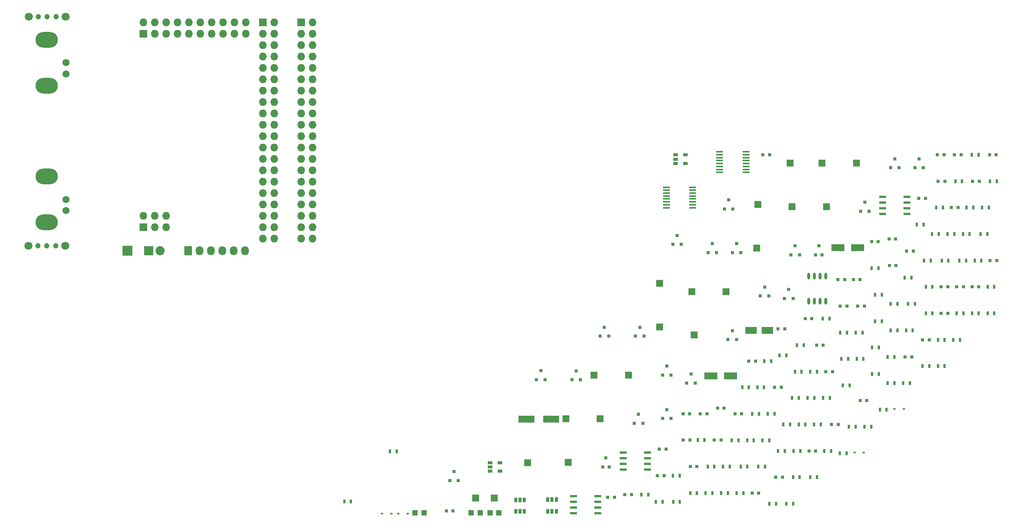
<source format=gbr>
G04 #@! TF.FileFunction,Copper,L1,Top,Signal*
%FSLAX46Y46*%
G04 Gerber Fmt 4.6, Leading zero omitted, Abs format (unit mm)*
G04 Created by KiCad (PCBNEW (after 2015-mar-04 BZR unknown)-product) date Mit 06 Jul 2016 10:41:57 CEST*
%MOMM*%
G01*
G04 APERTURE LIST*
%ADD10C,0.100000*%
%ADD11R,0.800000X0.750000*%
%ADD12R,2.600960X1.600200*%
%ADD13R,2.999740X1.600200*%
%ADD14R,3.599180X1.600200*%
%ADD15R,0.590000X0.450000*%
%ADD16R,1.198880X1.198880*%
%ADD17R,0.800100X0.800100*%
%ADD18R,0.500000X0.900000*%
%ADD19O,5.001260X3.500120*%
%ADD20C,1.600200*%
%ADD21R,1.727200X1.727200*%
%ADD22O,1.727200X1.727200*%
%ADD23R,1.727200X2.032000*%
%ADD24O,1.727200X2.032000*%
%ADD25R,2.235200X2.235200*%
%ADD26R,2.032000X2.032000*%
%ADD27O,2.032000X2.032000*%
%ADD28R,1.200000X1.200000*%
%ADD29R,1.600000X1.500000*%
%ADD30C,1.200000*%
%ADD31C,1.800000*%
%ADD32R,1.550000X0.600000*%
%ADD33R,0.690880X1.000760*%
%ADD34O,0.609600X1.473200*%
%ADD35R,1.500000X0.450000*%
%ADD36R,1.060000X0.650000*%
%ADD37R,1.501140X1.501140*%
G04 APERTURE END LIST*
D10*
D11*
X261649762Y-77325000D03*
X263149762Y-77325000D03*
X254365952Y-75245000D03*
X255865952Y-75245000D03*
X243825952Y-84965000D03*
X245325952Y-84965000D03*
X205575952Y-123325000D03*
X207075952Y-123325000D03*
X201745001Y-123325000D03*
X203245001Y-123325000D03*
X196455952Y-131225000D03*
X197955952Y-131225000D03*
X184939762Y-142005000D03*
X186439762Y-142005000D03*
X222979762Y-104405000D03*
X224479762Y-104405000D03*
X262349762Y-65525000D03*
X263849762Y-65525000D03*
X216427381Y-111565000D03*
X217927381Y-111565000D03*
X258515952Y-65525000D03*
X260015952Y-65525000D03*
X219567381Y-65525000D03*
X221067381Y-65525000D03*
X270147381Y-65525000D03*
X271647381Y-65525000D03*
X229007381Y-102145000D03*
X230507381Y-102145000D03*
X251675952Y-87045000D03*
X253175952Y-87045000D03*
X203355952Y-135125000D03*
X204855952Y-135125000D03*
X231555952Y-108045000D03*
X233055952Y-108045000D03*
X222215952Y-117465000D03*
X223715952Y-117465000D03*
X240735952Y-99315000D03*
X242235952Y-99315000D03*
X213335952Y-123365000D03*
X214835952Y-123365000D03*
X266385952Y-71425000D03*
X267885952Y-71425000D03*
X247797381Y-90245000D03*
X249297381Y-90245000D03*
X208725952Y-129225000D03*
X210225952Y-129225000D03*
X236857381Y-99315000D03*
X238357381Y-99315000D03*
X258675952Y-71425000D03*
X260175952Y-71425000D03*
X239767381Y-93415000D03*
X241267381Y-93415000D03*
X241287381Y-120365000D03*
X242787381Y-120365000D03*
X262817381Y-95025000D03*
X264317381Y-95025000D03*
X217157381Y-141065000D03*
X218657381Y-141065000D03*
X259367381Y-95025000D03*
X260867381Y-95025000D03*
X270307381Y-89125000D03*
X271807381Y-89125000D03*
X259367381Y-100925000D03*
X260867381Y-100925000D03*
X234895952Y-125745000D03*
X236395952Y-125745000D03*
X222415952Y-137545000D03*
X223915952Y-137545000D03*
X251305952Y-110645000D03*
X252805952Y-110645000D03*
X266267381Y-95025000D03*
X267767381Y-95025000D03*
D12*
X220552200Y-104779000D03*
X216950480Y-104779000D03*
D11*
X229857381Y-131645000D03*
X231357381Y-131645000D03*
X255187381Y-106825000D03*
X256687381Y-106825000D03*
X188765952Y-141385000D03*
X190265952Y-141385000D03*
X233627381Y-113945000D03*
X235127381Y-113945000D03*
X148917381Y-145045000D03*
X150417381Y-145045000D03*
X209457381Y-122055000D03*
X210957381Y-122055000D03*
X247707381Y-84345000D03*
X249207381Y-84345000D03*
X196027381Y-137125000D03*
X197527381Y-137125000D03*
X236317381Y-93415000D03*
X237817381Y-93415000D03*
X201797381Y-129225000D03*
X203297381Y-129225000D03*
D13*
X212319150Y-114880000D03*
X207919870Y-114880000D03*
X240729150Y-86240000D03*
X236329870Y-86240000D03*
D14*
X172281230Y-124582000D03*
X166779590Y-124582000D03*
D15*
X248920001Y-122245000D03*
X251030001Y-122245000D03*
X138200001Y-145625000D03*
X140310001Y-145625000D03*
X240000001Y-131965000D03*
X242110001Y-131965000D03*
X134550001Y-145625000D03*
X136660001Y-145625000D03*
D16*
X141879440Y-145445000D03*
X143977480Y-145445000D03*
D17*
X183823484Y-135195760D03*
X185225564Y-135195760D03*
X184524524Y-133196780D03*
X231353484Y-87875760D03*
X232755564Y-87875760D03*
X232054524Y-85876780D03*
D18*
X136354048Y-131725000D03*
X137854048Y-131725000D03*
X126144048Y-142925000D03*
X127644048Y-142925000D03*
D19*
X59736600Y-50097780D03*
X59736600Y-39899680D03*
D20*
X64001260Y-45000000D03*
X64001260Y-47499360D03*
D21*
X81250000Y-81750000D03*
D22*
X81250000Y-79210000D03*
X83790000Y-81750000D03*
X83790000Y-79210000D03*
X86330000Y-81750000D03*
X86330000Y-79210000D03*
D21*
X108000000Y-36000000D03*
D22*
X110540000Y-36000000D03*
X108000000Y-38540000D03*
X110540000Y-38540000D03*
X108000000Y-41080000D03*
X110540000Y-41080000D03*
X108000000Y-43620000D03*
X110540000Y-43620000D03*
X108000000Y-46160000D03*
X110540000Y-46160000D03*
X108000000Y-48700000D03*
X110540000Y-48700000D03*
X108000000Y-51240000D03*
X110540000Y-51240000D03*
X108000000Y-53780000D03*
X110540000Y-53780000D03*
X108000000Y-56320000D03*
X110540000Y-56320000D03*
X108000000Y-58860000D03*
X110540000Y-58860000D03*
X108000000Y-61400000D03*
X110540000Y-61400000D03*
X108000000Y-63940000D03*
X110540000Y-63940000D03*
X108000000Y-66480000D03*
X110540000Y-66480000D03*
X108000000Y-69020000D03*
X110540000Y-69020000D03*
X108000000Y-71560000D03*
X110540000Y-71560000D03*
X108000000Y-74100000D03*
X110540000Y-74100000D03*
X108000000Y-76640000D03*
X110540000Y-76640000D03*
X108000000Y-79180000D03*
X110540000Y-79180000D03*
X108000000Y-81720000D03*
X110540000Y-81720000D03*
X108000000Y-84260000D03*
X110540000Y-84260000D03*
D19*
X59736600Y-80597780D03*
X59736600Y-70399680D03*
D20*
X64001260Y-75500000D03*
X64001260Y-77999360D03*
D21*
X116500000Y-36000000D03*
D22*
X119040000Y-36000000D03*
X116500000Y-38540000D03*
X119040000Y-38540000D03*
X116500000Y-41080000D03*
X119040000Y-41080000D03*
X116500000Y-43620000D03*
X119040000Y-43620000D03*
X116500000Y-46160000D03*
X119040000Y-46160000D03*
X116500000Y-48700000D03*
X119040000Y-48700000D03*
X116500000Y-51240000D03*
X119040000Y-51240000D03*
X116500000Y-53780000D03*
X119040000Y-53780000D03*
X116500000Y-56320000D03*
X119040000Y-56320000D03*
X116500000Y-58860000D03*
X119040000Y-58860000D03*
X116500000Y-61400000D03*
X119040000Y-61400000D03*
X116500000Y-63940000D03*
X119040000Y-63940000D03*
X116500000Y-66480000D03*
X119040000Y-66480000D03*
X116500000Y-69020000D03*
X119040000Y-69020000D03*
X116500000Y-71560000D03*
X119040000Y-71560000D03*
X116500000Y-74100000D03*
X119040000Y-74100000D03*
X116500000Y-76640000D03*
X119040000Y-76640000D03*
X116500000Y-79180000D03*
X119040000Y-79180000D03*
X116500000Y-81720000D03*
X119040000Y-81720000D03*
X116500000Y-84260000D03*
X119040000Y-84260000D03*
D23*
X91250000Y-87000000D03*
D24*
X93790000Y-87000000D03*
X96330000Y-87000000D03*
X98870000Y-87000000D03*
X101410000Y-87000000D03*
X103950000Y-87000000D03*
D25*
X77750000Y-87000000D03*
D26*
X82500000Y-87000000D03*
D27*
X85040000Y-87000000D03*
D21*
X81250000Y-38500000D03*
D22*
X81250000Y-35960000D03*
X83790000Y-38500000D03*
X83790000Y-35960000D03*
X86330000Y-38500000D03*
X86330000Y-35960000D03*
X88870000Y-38500000D03*
X88870000Y-35960000D03*
X91410000Y-38500000D03*
X91410000Y-35960000D03*
X93950000Y-38500000D03*
X93950000Y-35960000D03*
X96490000Y-38500000D03*
X96490000Y-35960000D03*
X99030000Y-38500000D03*
X99030000Y-35960000D03*
X101570000Y-38500000D03*
X101570000Y-35960000D03*
X104110000Y-38500000D03*
X104110000Y-35960000D03*
D17*
X183243572Y-106035760D03*
X185143572Y-106035760D03*
X184193572Y-104036780D03*
X210963572Y-77635760D03*
X212863572Y-77635760D03*
X211913572Y-75636780D03*
X248063571Y-68435760D03*
X249963571Y-68435760D03*
X249013571Y-66436780D03*
X190873571Y-125475760D03*
X192773571Y-125475760D03*
X191823571Y-123476780D03*
X225823571Y-87875760D03*
X227723571Y-87875760D03*
X226773571Y-85876780D03*
X197173571Y-114695760D03*
X199073571Y-114695760D03*
X198123571Y-112696780D03*
X218983571Y-97075760D03*
X220883571Y-97075760D03*
X219933571Y-95076780D03*
X211803571Y-106795760D03*
X213703571Y-106795760D03*
X212753571Y-104796780D03*
X191143571Y-106035760D03*
X193043571Y-106035760D03*
X192093571Y-104036780D03*
X202573571Y-116515760D03*
X204473571Y-116515760D03*
X203523571Y-114516780D03*
X199463572Y-85535760D03*
X201363572Y-85535760D03*
X200413572Y-83536780D03*
X169033572Y-115735760D03*
X170933572Y-115735760D03*
X169983572Y-113736780D03*
X207363571Y-87355760D03*
X209263571Y-87355760D03*
X208313571Y-85356780D03*
X212763571Y-87355760D03*
X214663571Y-87355760D03*
X213713571Y-85356780D03*
X176933571Y-115755760D03*
X178833571Y-115755760D03*
X177883571Y-113756780D03*
X253463571Y-68435760D03*
X255363571Y-68435760D03*
X254413571Y-66436780D03*
X149693571Y-138235760D03*
X151593571Y-138235760D03*
X150643571Y-136236780D03*
X241363571Y-78155760D03*
X243263571Y-78155760D03*
X242313571Y-76156780D03*
X197173571Y-124415760D03*
X199073571Y-124415760D03*
X198123571Y-122416780D03*
X224383571Y-97595760D03*
X226283571Y-97595760D03*
X225333571Y-95596780D03*
D18*
X214939762Y-117465000D03*
X216439762Y-117465000D03*
X262533571Y-71425000D03*
X264033571Y-71425000D03*
X266223571Y-65525000D03*
X267723571Y-65525000D03*
X243873571Y-90865000D03*
X245373571Y-90865000D03*
X253913571Y-81145000D03*
X255413571Y-81145000D03*
X192445001Y-141385000D03*
X193945001Y-141385000D03*
X223303571Y-110305000D03*
X224803571Y-110305000D03*
X205045001Y-129225000D03*
X206545001Y-129225000D03*
X232933571Y-102145000D03*
X234433571Y-102145000D03*
X227203571Y-108045000D03*
X228703571Y-108045000D03*
X218337381Y-117465000D03*
X219837381Y-117465000D03*
X258247381Y-77325000D03*
X259747381Y-77325000D03*
X219877381Y-111565000D03*
X221377381Y-111565000D03*
X199477381Y-137125000D03*
X200977381Y-137125000D03*
X195697381Y-143025000D03*
X197197381Y-143025000D03*
X251517381Y-104745000D03*
X253017381Y-104745000D03*
X207237381Y-135125000D03*
X208737381Y-135125000D03*
X212607381Y-129265000D03*
X214107381Y-129265000D03*
X236857381Y-105215000D03*
X238357381Y-105215000D03*
X265047381Y-77325000D03*
X266547381Y-77325000D03*
X260787381Y-83225000D03*
X262287381Y-83225000D03*
X230177381Y-113945000D03*
X231677381Y-113945000D03*
X217217381Y-123365000D03*
X218717381Y-123365000D03*
X251247381Y-92945000D03*
X252747381Y-92945000D03*
X244617381Y-96765000D03*
X246117381Y-96765000D03*
X240307381Y-105215000D03*
X241807381Y-105215000D03*
X216057381Y-129265000D03*
X217557381Y-129265000D03*
X268497381Y-77325000D03*
X269997381Y-77325000D03*
X199528333Y-143025000D03*
X201028333Y-143025000D03*
X255557381Y-89125000D03*
X257057381Y-89125000D03*
X226097381Y-119845000D03*
X227597381Y-119845000D03*
X244617381Y-102665000D03*
X246117381Y-102665000D03*
X240527381Y-111115000D03*
X242027381Y-111115000D03*
X262817381Y-100925000D03*
X264317381Y-100925000D03*
X247427381Y-110645000D03*
X248927381Y-110645000D03*
X247427381Y-116545000D03*
X248927381Y-116545000D03*
X269717381Y-95025000D03*
X271217381Y-95025000D03*
X233307381Y-131645000D03*
X234807381Y-131645000D03*
X258637381Y-106825000D03*
X260137381Y-106825000D03*
X220988333Y-143445000D03*
X222488333Y-143445000D03*
X250877381Y-116545000D03*
X252377381Y-116545000D03*
X210257381Y-141065000D03*
X211757381Y-141065000D03*
X206807381Y-141025000D03*
X208307381Y-141025000D03*
X210687381Y-135165000D03*
X212187381Y-135165000D03*
X259483571Y-89125000D03*
X260983571Y-89125000D03*
X214613571Y-135165000D03*
X216113571Y-135165000D03*
X229547381Y-119845000D03*
X231047381Y-119845000D03*
X219507381Y-129265000D03*
X221007381Y-129265000D03*
X248067381Y-98845000D03*
X249567381Y-98845000D03*
X237077381Y-111115000D03*
X238577381Y-111115000D03*
X251993571Y-98845000D03*
X253493571Y-98845000D03*
X268163571Y-83225000D03*
X269663571Y-83225000D03*
X264237381Y-83225000D03*
X265737381Y-83225000D03*
X224117381Y-125745000D03*
X225617381Y-125745000D03*
X226407381Y-131645000D03*
X227907381Y-131645000D03*
X243977381Y-108565000D03*
X245477381Y-108565000D03*
X248067381Y-104745000D03*
X249567381Y-104745000D03*
X232997381Y-119845000D03*
X234497381Y-119845000D03*
X263407381Y-89125000D03*
X264907381Y-89125000D03*
X227567381Y-125745000D03*
X229067381Y-125745000D03*
X218537381Y-135165000D03*
X220037381Y-135165000D03*
X255917381Y-95025000D03*
X257417381Y-95025000D03*
X213707381Y-141065000D03*
X215207381Y-141065000D03*
X220667381Y-123365000D03*
X222167381Y-123365000D03*
X226727381Y-113945000D03*
X228227381Y-113945000D03*
X270267381Y-71425000D03*
X271767381Y-71425000D03*
X257337381Y-83225000D03*
X258837381Y-83225000D03*
X203357381Y-141025000D03*
X204857381Y-141025000D03*
X230128333Y-137545000D03*
X231628333Y-137545000D03*
X226297381Y-137545000D03*
X227797381Y-137545000D03*
X255187381Y-112725000D03*
X256687381Y-112725000D03*
X238777381Y-126265000D03*
X240277381Y-126265000D03*
X224817381Y-143445000D03*
X226317381Y-143445000D03*
X242227381Y-126265000D03*
X243727381Y-126265000D03*
X262087381Y-106825000D03*
X263587381Y-106825000D03*
X245677381Y-122445000D03*
X247177381Y-122445000D03*
X269717381Y-100925000D03*
X271217381Y-100925000D03*
X258637381Y-112725000D03*
X260137381Y-112725000D03*
X236757381Y-132165000D03*
X238257381Y-132165000D03*
X237458333Y-117015000D03*
X238958333Y-117015000D03*
X266267381Y-100925000D03*
X267767381Y-100925000D03*
X266857381Y-89125000D03*
X268357381Y-89125000D03*
X222957381Y-131645000D03*
X224457381Y-131645000D03*
X231017381Y-125745000D03*
X232517381Y-125745000D03*
X255917381Y-100925000D03*
X257417381Y-100925000D03*
X243977381Y-114465000D03*
X245477381Y-114465000D03*
D28*
X154440001Y-145425000D03*
D29*
X155440001Y-142185000D03*
D28*
X154440001Y-145425000D03*
X156440001Y-145425000D03*
X158640001Y-145425000D03*
D29*
X159640001Y-142185000D03*
D28*
X158640001Y-145425000D03*
X160640001Y-145425000D03*
D30*
X59800000Y-34725000D03*
X59800000Y-34725000D03*
X61800000Y-34725000D03*
X57800000Y-34725000D03*
D31*
X55700000Y-34725000D03*
X63900000Y-34725000D03*
D30*
X59725000Y-85875000D03*
X59725000Y-85875000D03*
X61725000Y-85875000D03*
X57725000Y-85875000D03*
D31*
X55625000Y-85875000D03*
X63825000Y-85875000D03*
D32*
X188375001Y-131980000D03*
X188375001Y-133250000D03*
X188375001Y-134520000D03*
X188375001Y-135790000D03*
X193775001Y-135790000D03*
X193775001Y-134520000D03*
X193775001Y-133250000D03*
X193775001Y-131980000D03*
X177335001Y-141700000D03*
X177335001Y-142970000D03*
X177335001Y-144240000D03*
X177335001Y-145510000D03*
X182735001Y-145510000D03*
X182735001Y-144240000D03*
X182735001Y-142970000D03*
X182735001Y-141700000D03*
X246285001Y-74940000D03*
X246285001Y-76210000D03*
X246285001Y-77480000D03*
X246285001Y-78750000D03*
X251685001Y-78750000D03*
X251685001Y-77480000D03*
X251685001Y-76210000D03*
X251685001Y-74940000D03*
D33*
X171554884Y-145135140D03*
X172504844Y-145135140D03*
X173454804Y-145135140D03*
X173454804Y-142534180D03*
X172504844Y-142534180D03*
X171554884Y-142534180D03*
D34*
X229780952Y-98184600D03*
X231050952Y-98184600D03*
X232320952Y-98184600D03*
X233590952Y-98184600D03*
X233590952Y-92596600D03*
X232320952Y-92596600D03*
X231050952Y-92596600D03*
X229780952Y-92596600D03*
D35*
X209891190Y-64900000D03*
X209891190Y-65550000D03*
X209891190Y-66200000D03*
X209891190Y-66850000D03*
X209891190Y-67500000D03*
X209891190Y-68150000D03*
X209891190Y-68800000D03*
X209891190Y-69450000D03*
X215791190Y-69450000D03*
X215791190Y-68800000D03*
X215791190Y-68150000D03*
X215791190Y-67500000D03*
X215791190Y-66850000D03*
X215791190Y-66200000D03*
X215791190Y-65550000D03*
X215791190Y-64900000D03*
D33*
X164394884Y-145155140D03*
X165344844Y-145155140D03*
X166294804Y-145155140D03*
X166294804Y-142554180D03*
X165344844Y-142554180D03*
X164394884Y-142554180D03*
D35*
X198011190Y-72800000D03*
X198011190Y-73450000D03*
X198011190Y-74100000D03*
X198011190Y-74750000D03*
X198011190Y-75400000D03*
X198011190Y-76050000D03*
X198011190Y-76700000D03*
X198011190Y-77350000D03*
X203911190Y-77350000D03*
X203911190Y-76700000D03*
X203911190Y-76050000D03*
X203911190Y-75400000D03*
X203911190Y-74750000D03*
X203911190Y-74100000D03*
X203911190Y-73450000D03*
X203911190Y-72800000D03*
D36*
X158711667Y-134275000D03*
X158711667Y-135225000D03*
X158711667Y-136175000D03*
X160911667Y-136175000D03*
X160911667Y-134275000D03*
X200051667Y-65575000D03*
X200051667Y-66525000D03*
X200051667Y-67475000D03*
X202251667Y-67475000D03*
X202251667Y-65575000D03*
D37*
X181902619Y-114755000D03*
X196532619Y-94255000D03*
X167072619Y-134295000D03*
X196532619Y-103975000D03*
X175602619Y-124475000D03*
X218432619Y-76635000D03*
X203712619Y-96075000D03*
X225612619Y-67435000D03*
X232792619Y-67435000D03*
X218208809Y-86355000D03*
X226088809Y-77155000D03*
X189558809Y-114755000D03*
X211368809Y-96075000D03*
X240448809Y-67435000D03*
X183258809Y-124475000D03*
X233748809Y-77155000D03*
X204188809Y-105795000D03*
X176078809Y-134195000D03*
M02*

</source>
